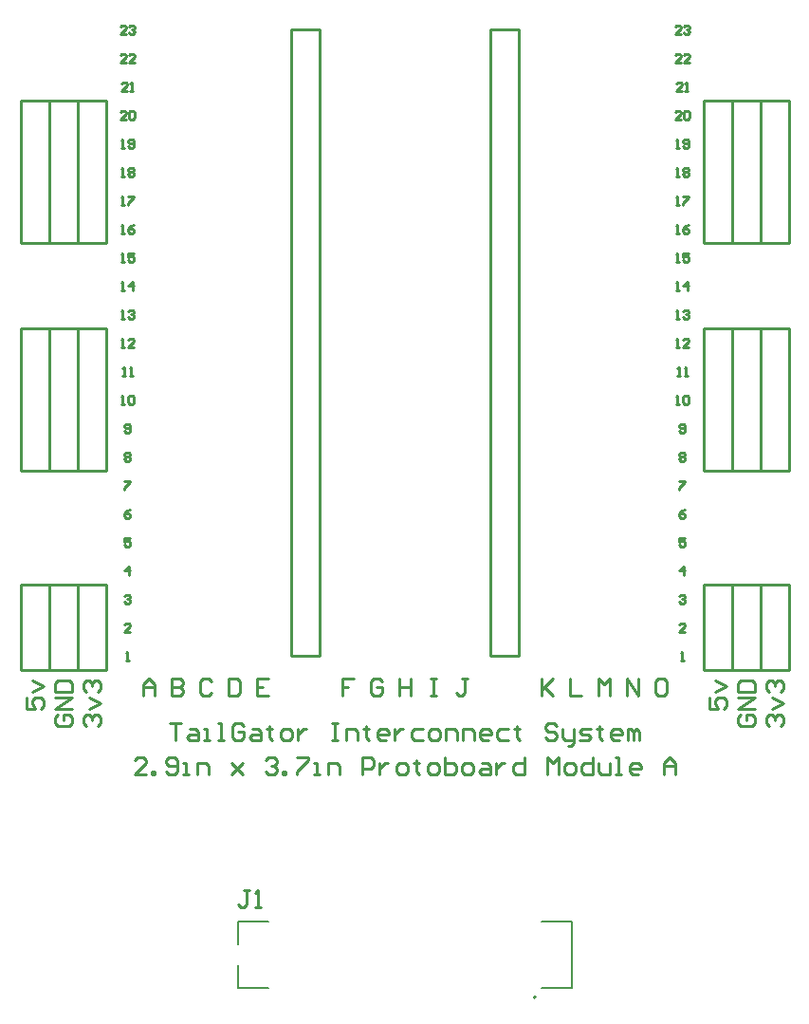
<source format=gto>
G04*
G04 #@! TF.GenerationSoftware,Altium Limited,Altium Designer,24.0.1 (36)*
G04*
G04 Layer_Color=65535*
%FSLAX44Y44*%
%MOMM*%
G71*
G04*
G04 #@! TF.SameCoordinates,2E35C3AD-188A-49CD-8274-300F61BF0D8F*
G04*
G04*
G04 #@! TF.FilePolarity,Positive*
G04*
G01*
G75*
%ADD10C,0.2000*%
%ADD11C,0.1270*%
%ADD12C,0.2540*%
D10*
X1120300Y355700D02*
G03*
X1120300Y355700I-1000J0D01*
G01*
D11*
X1125000Y363700D02*
X1152300D01*
X854300D02*
X881600D01*
X1125000Y423700D02*
X1152300D01*
Y363700D02*
Y423700D01*
X854300D02*
X881600D01*
X854300Y403050D02*
Y423700D01*
Y363700D02*
Y384350D01*
D12*
X1320800Y1028700D02*
Y1155700D01*
X1346200Y1028700D02*
Y1155700D01*
X1320800D02*
X1346200D01*
X1320800Y1028700D02*
X1346200D01*
X685800Y825500D02*
Y952500D01*
X711200Y825500D02*
Y952500D01*
X685800D02*
X711200D01*
X685800Y825500D02*
X711200D01*
X1295400Y1028700D02*
Y1155700D01*
X1320800Y1028700D02*
Y1155700D01*
X1295400D02*
X1320800D01*
X1295400Y1028700D02*
X1320800D01*
X711200D02*
Y1155700D01*
X736600Y1028700D02*
Y1155700D01*
X711200D02*
X736600D01*
X711200Y1028700D02*
X736600D01*
X685800Y647700D02*
Y723900D01*
X711200Y647700D02*
Y723900D01*
X685800D02*
X711200D01*
X685800Y647700D02*
X711200D01*
Y723900D01*
X736600Y647700D02*
Y723900D01*
X711200D02*
X736600D01*
X711200Y647700D02*
X736600D01*
X660400D02*
Y723900D01*
X685800Y647700D02*
Y723900D01*
X660400D02*
X685800D01*
X660400Y647700D02*
X685800D01*
Y1028700D02*
Y1155700D01*
X711200Y1028700D02*
Y1155700D01*
X685800D02*
X711200D01*
X685800Y1028700D02*
X711200D01*
X1295400Y825500D02*
Y952500D01*
X1320800Y825500D02*
Y952500D01*
X1295400D02*
X1320800D01*
X1295400Y825500D02*
X1320800D01*
X1270000Y1028700D02*
Y1155700D01*
X1295400Y1028700D02*
Y1155700D01*
X1270000D02*
X1295400D01*
X1270000Y1028700D02*
X1295400D01*
X1320800Y647700D02*
Y723900D01*
X1346200Y647700D02*
Y723900D01*
X1320800D02*
X1346200D01*
X1320800Y647700D02*
X1346200D01*
X1320800Y825500D02*
Y952500D01*
X1346200Y825500D02*
Y952500D01*
X1320800D02*
X1346200D01*
X1320800Y825500D02*
X1346200D01*
X901700Y660400D02*
Y1219200D01*
X927100Y660400D02*
Y1219200D01*
X901700D02*
X927100D01*
X901700Y660400D02*
X927100D01*
X660400Y825500D02*
Y952500D01*
X685800Y825500D02*
Y952500D01*
X660400D02*
X685800D01*
X660400Y825500D02*
X685800D01*
X1079500Y660400D02*
Y1219200D01*
X1104900Y660400D02*
Y1219200D01*
X1079500D02*
X1104900D01*
X1079500Y660400D02*
X1104900D01*
X1270000Y647700D02*
Y723900D01*
X1295400Y647700D02*
Y723900D01*
X1270000D02*
X1295400D01*
X1270000Y647700D02*
X1295400D01*
Y723900D01*
X1320800Y647700D02*
Y723900D01*
X1295400D02*
X1320800D01*
X1295400Y647700D02*
X1320800D01*
X660400Y1028700D02*
Y1155700D01*
X685800Y1028700D02*
Y1155700D01*
X660400D02*
X685800D01*
X660400Y1028700D02*
X685800D01*
X711200Y825500D02*
Y952500D01*
X736600Y825500D02*
Y952500D01*
X711200D02*
X736600D01*
X711200Y825500D02*
X736600D01*
X1270000D02*
Y952500D01*
X1295400Y825500D02*
Y952500D01*
X1270000D02*
X1295400D01*
X1270000Y825500D02*
X1295400D01*
X754380Y656591D02*
X756920D01*
X755650D01*
Y664209D01*
X754380Y662939D01*
X749937Y885191D02*
X752476D01*
X751206D01*
Y892809D01*
X749937Y891539D01*
X756285D02*
X757554Y892809D01*
X760094D01*
X761363Y891539D01*
Y886461D01*
X760094Y885191D01*
X757554D01*
X756285Y886461D01*
Y891539D01*
X758189Y765809D02*
X753111D01*
Y762000D01*
X755650Y763270D01*
X756920D01*
X758189Y762000D01*
Y759461D01*
X756920Y758191D01*
X754380D01*
X753111Y759461D01*
Y816609D02*
X758189D01*
Y815339D01*
X753111Y810261D01*
Y808991D01*
X758189Y791209D02*
X755650Y789939D01*
X753111Y787400D01*
Y784861D01*
X754380Y783591D01*
X756920D01*
X758189Y784861D01*
Y786130D01*
X756920Y787400D01*
X753111D01*
X756920Y732791D02*
Y740409D01*
X753111Y736600D01*
X758189D01*
X753111Y713739D02*
X754380Y715009D01*
X756920D01*
X758189Y713739D01*
Y712470D01*
X756920Y711200D01*
X755650D01*
X756920D01*
X758189Y709930D01*
Y708661D01*
X756920Y707391D01*
X754380D01*
X753111Y708661D01*
X758189Y681991D02*
X753111D01*
X758189Y687070D01*
Y688339D01*
X756920Y689609D01*
X754380D01*
X753111Y688339D01*
Y840739D02*
X754380Y842009D01*
X756920D01*
X758189Y840739D01*
Y839470D01*
X756920Y838200D01*
X758189Y836930D01*
Y835661D01*
X756920Y834391D01*
X754380D01*
X753111Y835661D01*
Y836930D01*
X754380Y838200D01*
X753111Y839470D01*
Y840739D01*
X754380Y838200D02*
X756920D01*
X753111Y861061D02*
X754380Y859791D01*
X756920D01*
X758189Y861061D01*
Y866139D01*
X756920Y867409D01*
X754380D01*
X753111Y866139D01*
Y864870D01*
X754380Y863600D01*
X758189D01*
X751206Y910591D02*
X753746D01*
X752476D01*
Y918209D01*
X751206Y916939D01*
X757554Y910591D02*
X760094D01*
X758824D01*
Y918209D01*
X757554Y916939D01*
X749937Y935991D02*
X752476D01*
X751206D01*
Y943609D01*
X749937Y942339D01*
X761363Y935991D02*
X756285D01*
X761363Y941070D01*
Y942339D01*
X760094Y943609D01*
X757554D01*
X756285Y942339D01*
X749937Y961391D02*
X752476D01*
X751206D01*
Y969009D01*
X749937Y967739D01*
X756285D02*
X757554Y969009D01*
X760094D01*
X761363Y967739D01*
Y966470D01*
X760094Y965200D01*
X758824D01*
X760094D01*
X761363Y963930D01*
Y962661D01*
X760094Y961391D01*
X757554D01*
X756285Y962661D01*
X749937Y986791D02*
X752476D01*
X751206D01*
Y994409D01*
X749937Y993139D01*
X760094Y986791D02*
Y994409D01*
X756285Y990600D01*
X761363D01*
X749937Y1012191D02*
X752476D01*
X751206D01*
Y1019809D01*
X749937Y1018539D01*
X761363Y1019809D02*
X756285D01*
Y1016000D01*
X758824Y1017270D01*
X760094D01*
X761363Y1016000D01*
Y1013461D01*
X760094Y1012191D01*
X757554D01*
X756285Y1013461D01*
X749937Y1037591D02*
X752476D01*
X751206D01*
Y1045209D01*
X749937Y1043939D01*
X761363Y1045209D02*
X758824Y1043939D01*
X756285Y1041400D01*
Y1038861D01*
X757554Y1037591D01*
X760094D01*
X761363Y1038861D01*
Y1040130D01*
X760094Y1041400D01*
X756285D01*
X749937Y1062991D02*
X752476D01*
X751206D01*
Y1070609D01*
X749937Y1069339D01*
X756285Y1070609D02*
X761363D01*
Y1069339D01*
X756285Y1064261D01*
Y1062991D01*
X749937Y1088391D02*
X752476D01*
X751206D01*
Y1096009D01*
X749937Y1094739D01*
X756285D02*
X757554Y1096009D01*
X760094D01*
X761363Y1094739D01*
Y1093470D01*
X760094Y1092200D01*
X761363Y1090930D01*
Y1089661D01*
X760094Y1088391D01*
X757554D01*
X756285Y1089661D01*
Y1090930D01*
X757554Y1092200D01*
X756285Y1093470D01*
Y1094739D01*
X757554Y1092200D02*
X760094D01*
X749937Y1113791D02*
X752476D01*
X751206D01*
Y1121409D01*
X749937Y1120139D01*
X756285Y1115061D02*
X757554Y1113791D01*
X760094D01*
X761363Y1115061D01*
Y1120139D01*
X760094Y1121409D01*
X757554D01*
X756285Y1120139D01*
Y1118870D01*
X757554Y1117600D01*
X761363D01*
X754380Y1139191D02*
X749302D01*
X754380Y1144270D01*
Y1145539D01*
X753111Y1146809D01*
X750572D01*
X749302Y1145539D01*
X756920D02*
X758189Y1146809D01*
X760728D01*
X761998Y1145539D01*
Y1140461D01*
X760728Y1139191D01*
X758189D01*
X756920Y1140461D01*
Y1145539D01*
X754380Y1215391D02*
X749302D01*
X754380Y1220470D01*
Y1221739D01*
X753111Y1223009D01*
X750572D01*
X749302Y1221739D01*
X756920D02*
X758189Y1223009D01*
X760728D01*
X761998Y1221739D01*
Y1220470D01*
X760728Y1219200D01*
X759459D01*
X760728D01*
X761998Y1217930D01*
Y1216661D01*
X760728Y1215391D01*
X758189D01*
X756920Y1216661D01*
X755650Y1164591D02*
X750572D01*
X755650Y1169670D01*
Y1170939D01*
X754380Y1172209D01*
X751841D01*
X750572Y1170939D01*
X758189Y1164591D02*
X760728D01*
X759459D01*
Y1172209D01*
X758189Y1170939D01*
X754380Y1189991D02*
X749302D01*
X754380Y1195070D01*
Y1196339D01*
X753111Y1197609D01*
X750572D01*
X749302Y1196339D01*
X761998Y1189991D02*
X756920D01*
X761998Y1195070D01*
Y1196339D01*
X760728Y1197609D01*
X758189D01*
X756920Y1196339D01*
X1249680Y1215391D02*
X1244602D01*
X1249680Y1220470D01*
Y1221739D01*
X1248411Y1223009D01*
X1245872D01*
X1244602Y1221739D01*
X1252220D02*
X1253489Y1223009D01*
X1256028D01*
X1257298Y1221739D01*
Y1220470D01*
X1256028Y1219200D01*
X1254759D01*
X1256028D01*
X1257298Y1217930D01*
Y1216661D01*
X1256028Y1215391D01*
X1253489D01*
X1252220Y1216661D01*
X1249680Y1189991D02*
X1244602D01*
X1249680Y1195070D01*
Y1196339D01*
X1248411Y1197609D01*
X1245872D01*
X1244602Y1196339D01*
X1257298Y1189991D02*
X1252220D01*
X1257298Y1195070D01*
Y1196339D01*
X1256028Y1197609D01*
X1253489D01*
X1252220Y1196339D01*
X1250950Y1164591D02*
X1245872D01*
X1250950Y1169670D01*
Y1170939D01*
X1249680Y1172209D01*
X1247141D01*
X1245872Y1170939D01*
X1253489Y1164591D02*
X1256028D01*
X1254759D01*
Y1172209D01*
X1253489Y1170939D01*
X1249680Y1139191D02*
X1244602D01*
X1249680Y1144270D01*
Y1145539D01*
X1248411Y1146809D01*
X1245872D01*
X1244602Y1145539D01*
X1252220D02*
X1253489Y1146809D01*
X1256028D01*
X1257298Y1145539D01*
Y1140461D01*
X1256028Y1139191D01*
X1253489D01*
X1252220Y1140461D01*
Y1145539D01*
X1245237Y1113791D02*
X1247776D01*
X1246506D01*
Y1121409D01*
X1245237Y1120139D01*
X1251585Y1115061D02*
X1252854Y1113791D01*
X1255394D01*
X1256663Y1115061D01*
Y1120139D01*
X1255394Y1121409D01*
X1252854D01*
X1251585Y1120139D01*
Y1118870D01*
X1252854Y1117600D01*
X1256663D01*
X1245237Y1088391D02*
X1247776D01*
X1246506D01*
Y1096009D01*
X1245237Y1094739D01*
X1251585D02*
X1252854Y1096009D01*
X1255394D01*
X1256663Y1094739D01*
Y1093470D01*
X1255394Y1092200D01*
X1256663Y1090930D01*
Y1089661D01*
X1255394Y1088391D01*
X1252854D01*
X1251585Y1089661D01*
Y1090930D01*
X1252854Y1092200D01*
X1251585Y1093470D01*
Y1094739D01*
X1252854Y1092200D02*
X1255394D01*
X1245237Y1062991D02*
X1247776D01*
X1246506D01*
Y1070609D01*
X1245237Y1069339D01*
X1251585Y1070609D02*
X1256663D01*
Y1069339D01*
X1251585Y1064261D01*
Y1062991D01*
X1245237Y1037591D02*
X1247776D01*
X1246506D01*
Y1045209D01*
X1245237Y1043939D01*
X1256663Y1045209D02*
X1254124Y1043939D01*
X1251585Y1041400D01*
Y1038861D01*
X1252854Y1037591D01*
X1255394D01*
X1256663Y1038861D01*
Y1040130D01*
X1255394Y1041400D01*
X1251585D01*
X1245237Y1012191D02*
X1247776D01*
X1246506D01*
Y1019809D01*
X1245237Y1018539D01*
X1256663Y1019809D02*
X1251585D01*
Y1016000D01*
X1254124Y1017270D01*
X1255394D01*
X1256663Y1016000D01*
Y1013461D01*
X1255394Y1012191D01*
X1252854D01*
X1251585Y1013461D01*
X1245237Y986791D02*
X1247776D01*
X1246506D01*
Y994409D01*
X1245237Y993139D01*
X1255394Y986791D02*
Y994409D01*
X1251585Y990600D01*
X1256663D01*
X1245237Y961391D02*
X1247776D01*
X1246506D01*
Y969009D01*
X1245237Y967739D01*
X1251585D02*
X1252854Y969009D01*
X1255394D01*
X1256663Y967739D01*
Y966470D01*
X1255394Y965200D01*
X1254124D01*
X1255394D01*
X1256663Y963930D01*
Y962661D01*
X1255394Y961391D01*
X1252854D01*
X1251585Y962661D01*
X1245237Y935991D02*
X1247776D01*
X1246506D01*
Y943609D01*
X1245237Y942339D01*
X1256663Y935991D02*
X1251585D01*
X1256663Y941070D01*
Y942339D01*
X1255394Y943609D01*
X1252854D01*
X1251585Y942339D01*
X1246506Y910591D02*
X1249046D01*
X1247776D01*
Y918209D01*
X1246506Y916939D01*
X1252854Y910591D02*
X1255394D01*
X1254124D01*
Y918209D01*
X1252854Y916939D01*
X1245237Y885191D02*
X1247776D01*
X1246506D01*
Y892809D01*
X1245237Y891539D01*
X1251585D02*
X1252854Y892809D01*
X1255394D01*
X1256663Y891539D01*
Y886461D01*
X1255394Y885191D01*
X1252854D01*
X1251585Y886461D01*
Y891539D01*
X1248411Y861061D02*
X1249680Y859791D01*
X1252220D01*
X1253489Y861061D01*
Y866139D01*
X1252220Y867409D01*
X1249680D01*
X1248411Y866139D01*
Y864870D01*
X1249680Y863600D01*
X1253489D01*
X1248411Y840739D02*
X1249680Y842009D01*
X1252220D01*
X1253489Y840739D01*
Y839470D01*
X1252220Y838200D01*
X1253489Y836930D01*
Y835661D01*
X1252220Y834391D01*
X1249680D01*
X1248411Y835661D01*
Y836930D01*
X1249680Y838200D01*
X1248411Y839470D01*
Y840739D01*
X1249680Y838200D02*
X1252220D01*
X1248411Y816609D02*
X1253489D01*
Y815339D01*
X1248411Y810261D01*
Y808991D01*
X1253489Y791209D02*
X1250950Y789939D01*
X1248411Y787400D01*
Y784861D01*
X1249680Y783591D01*
X1252220D01*
X1253489Y784861D01*
Y786130D01*
X1252220Y787400D01*
X1248411D01*
X1253489Y765809D02*
X1248411D01*
Y762000D01*
X1250950Y763270D01*
X1252220D01*
X1253489Y762000D01*
Y759461D01*
X1252220Y758191D01*
X1249680D01*
X1248411Y759461D01*
X1252220Y732791D02*
Y740409D01*
X1248411Y736600D01*
X1253489D01*
X1248411Y713739D02*
X1249680Y715009D01*
X1252220D01*
X1253489Y713739D01*
Y712470D01*
X1252220Y711200D01*
X1250950D01*
X1252220D01*
X1253489Y709930D01*
Y708661D01*
X1252220Y707391D01*
X1249680D01*
X1248411Y708661D01*
X1249680Y656591D02*
X1252220D01*
X1250950D01*
Y664209D01*
X1249680Y662939D01*
X1253489Y681991D02*
X1248411D01*
X1253489Y687070D01*
Y688339D01*
X1252220Y689609D01*
X1249680D01*
X1248411Y688339D01*
X772235Y554990D02*
X762078D01*
X772235Y565147D01*
Y567686D01*
X769696Y570225D01*
X764617D01*
X762078Y567686D01*
X777313Y554990D02*
Y557529D01*
X779852D01*
Y554990D01*
X777313D01*
X790009Y557529D02*
X792548Y554990D01*
X797626D01*
X800166Y557529D01*
Y567686D01*
X797626Y570225D01*
X792548D01*
X790009Y567686D01*
Y565147D01*
X792548Y562607D01*
X800166D01*
X805244Y554990D02*
X810322D01*
X807783D01*
Y565147D01*
X805244D01*
X817940Y554990D02*
Y565147D01*
X825557D01*
X828097Y562607D01*
Y554990D01*
X848410Y565147D02*
X858567Y554990D01*
X853488Y560068D01*
X858567Y565147D01*
X848410Y554990D01*
X878880Y567686D02*
X881419Y570225D01*
X886498D01*
X889037Y567686D01*
Y565147D01*
X886498Y562607D01*
X883959D01*
X886498D01*
X889037Y560068D01*
Y557529D01*
X886498Y554990D01*
X881419D01*
X878880Y557529D01*
X894115Y554990D02*
Y557529D01*
X896655D01*
Y554990D01*
X894115D01*
X906811Y570225D02*
X916968D01*
Y567686D01*
X906811Y557529D01*
Y554990D01*
X922046D02*
X927125D01*
X924585D01*
Y565147D01*
X922046D01*
X934742Y554990D02*
Y565147D01*
X942360D01*
X944899Y562607D01*
Y554990D01*
X965212D02*
Y570225D01*
X972830D01*
X975369Y567686D01*
Y562607D01*
X972830Y560068D01*
X965212D01*
X980447Y565147D02*
Y554990D01*
Y560068D01*
X982987Y562607D01*
X985526Y565147D01*
X988065D01*
X998222Y554990D02*
X1003300D01*
X1005839Y557529D01*
Y562607D01*
X1003300Y565147D01*
X998222D01*
X995683Y562607D01*
Y557529D01*
X998222Y554990D01*
X1013457Y567686D02*
Y565147D01*
X1010918D01*
X1015996D01*
X1013457D01*
Y557529D01*
X1015996Y554990D01*
X1026153D02*
X1031231D01*
X1033770Y557529D01*
Y562607D01*
X1031231Y565147D01*
X1026153D01*
X1023613Y562607D01*
Y557529D01*
X1026153Y554990D01*
X1038848Y570225D02*
Y554990D01*
X1046466D01*
X1049005Y557529D01*
Y560068D01*
Y562607D01*
X1046466Y565147D01*
X1038848D01*
X1056623Y554990D02*
X1061701D01*
X1064240Y557529D01*
Y562607D01*
X1061701Y565147D01*
X1056623D01*
X1054084Y562607D01*
Y557529D01*
X1056623Y554990D01*
X1071858Y565147D02*
X1076936D01*
X1079475Y562607D01*
Y554990D01*
X1071858D01*
X1069319Y557529D01*
X1071858Y560068D01*
X1079475D01*
X1084554Y565147D02*
Y554990D01*
Y560068D01*
X1087093Y562607D01*
X1089632Y565147D01*
X1092171D01*
X1109946Y570225D02*
Y554990D01*
X1102328D01*
X1099789Y557529D01*
Y562607D01*
X1102328Y565147D01*
X1109946D01*
X1130259Y554990D02*
Y570225D01*
X1135337Y565147D01*
X1140416Y570225D01*
Y554990D01*
X1148033D02*
X1153111D01*
X1155651Y557529D01*
Y562607D01*
X1153111Y565147D01*
X1148033D01*
X1145494Y562607D01*
Y557529D01*
X1148033Y554990D01*
X1170886Y570225D02*
Y554990D01*
X1163268D01*
X1160729Y557529D01*
Y562607D01*
X1163268Y565147D01*
X1170886D01*
X1175964D02*
Y557529D01*
X1178503Y554990D01*
X1186121D01*
Y565147D01*
X1191199Y554990D02*
X1196278D01*
X1193738D01*
Y570225D01*
X1191199D01*
X1211513Y554990D02*
X1206434D01*
X1203895Y557529D01*
Y562607D01*
X1206434Y565147D01*
X1211513D01*
X1214052Y562607D01*
Y560068D01*
X1203895D01*
X1234365Y554990D02*
Y565147D01*
X1239444Y570225D01*
X1244522Y565147D01*
Y554990D01*
Y562607D01*
X1234365D01*
X793818Y600703D02*
X803975D01*
X798896D01*
Y585468D01*
X811592Y595625D02*
X816670D01*
X819210Y593086D01*
Y585468D01*
X811592D01*
X809053Y588008D01*
X811592Y590547D01*
X819210D01*
X824288Y585468D02*
X829366D01*
X826827D01*
Y595625D01*
X824288D01*
X836984Y585468D02*
X842062D01*
X839523D01*
Y600703D01*
X836984D01*
X859836Y598164D02*
X857297Y600703D01*
X852219D01*
X849680Y598164D01*
Y588008D01*
X852219Y585468D01*
X857297D01*
X859836Y588008D01*
Y593086D01*
X854758D01*
X867454Y595625D02*
X872532D01*
X875071Y593086D01*
Y585468D01*
X867454D01*
X864915Y588008D01*
X867454Y590547D01*
X875071D01*
X882689Y598164D02*
Y595625D01*
X880150D01*
X885228D01*
X882689D01*
Y588008D01*
X885228Y585468D01*
X895385D02*
X900463D01*
X903002Y588008D01*
Y593086D01*
X900463Y595625D01*
X895385D01*
X892846Y593086D01*
Y588008D01*
X895385Y585468D01*
X908081Y595625D02*
Y585468D01*
Y590547D01*
X910620Y593086D01*
X913159Y595625D01*
X915698D01*
X938551Y600703D02*
X943629D01*
X941090D01*
Y585468D01*
X938551D01*
X943629D01*
X951247D02*
Y595625D01*
X958864D01*
X961404Y593086D01*
Y585468D01*
X969021Y598164D02*
Y595625D01*
X966482D01*
X971560D01*
X969021D01*
Y588008D01*
X971560Y585468D01*
X986795D02*
X981717D01*
X979178Y588008D01*
Y593086D01*
X981717Y595625D01*
X986795D01*
X989334Y593086D01*
Y590547D01*
X979178D01*
X994413Y595625D02*
Y585468D01*
Y590547D01*
X996952Y593086D01*
X999491Y595625D01*
X1002030D01*
X1019805D02*
X1012187D01*
X1009648Y593086D01*
Y588008D01*
X1012187Y585468D01*
X1019805D01*
X1027422D02*
X1032501D01*
X1035040Y588008D01*
Y593086D01*
X1032501Y595625D01*
X1027422D01*
X1024883Y593086D01*
Y588008D01*
X1027422Y585468D01*
X1040118D02*
Y595625D01*
X1047736D01*
X1050275Y593086D01*
Y585468D01*
X1055353D02*
Y595625D01*
X1062971D01*
X1065510Y593086D01*
Y585468D01*
X1078206D02*
X1073127D01*
X1070588Y588008D01*
Y593086D01*
X1073127Y595625D01*
X1078206D01*
X1080745Y593086D01*
Y590547D01*
X1070588D01*
X1095980Y595625D02*
X1088363D01*
X1085823Y593086D01*
Y588008D01*
X1088363Y585468D01*
X1095980D01*
X1103598Y598164D02*
Y595625D01*
X1101058D01*
X1106137D01*
X1103598D01*
Y588008D01*
X1106137Y585468D01*
X1139146Y598164D02*
X1136607Y600703D01*
X1131528D01*
X1128989Y598164D01*
Y595625D01*
X1131528Y593086D01*
X1136607D01*
X1139146Y590547D01*
Y588008D01*
X1136607Y585468D01*
X1131528D01*
X1128989Y588008D01*
X1144224Y595625D02*
Y588008D01*
X1146764Y585468D01*
X1154381D01*
Y582929D01*
X1151842Y580390D01*
X1149303D01*
X1154381Y585468D02*
Y595625D01*
X1159460Y585468D02*
X1167077D01*
X1169616Y588008D01*
X1167077Y590547D01*
X1161999D01*
X1159460Y593086D01*
X1161999Y595625D01*
X1169616D01*
X1177234Y598164D02*
Y595625D01*
X1174695D01*
X1179773D01*
X1177234D01*
Y588008D01*
X1179773Y585468D01*
X1195008D02*
X1189930D01*
X1187390Y588008D01*
Y593086D01*
X1189930Y595625D01*
X1195008D01*
X1197547Y593086D01*
Y590547D01*
X1187390D01*
X1202626Y585468D02*
Y595625D01*
X1205165D01*
X1207704Y593086D01*
Y585468D01*
Y593086D01*
X1210243Y595625D01*
X1212782Y593086D01*
Y585468D01*
X1328422Y598183D02*
X1325883Y600722D01*
Y605801D01*
X1328422Y608340D01*
X1330961D01*
X1333500Y605801D01*
Y603261D01*
Y605801D01*
X1336039Y608340D01*
X1338578D01*
X1341118Y605801D01*
Y600722D01*
X1338578Y598183D01*
X1330961Y613418D02*
X1341118Y618497D01*
X1330961Y623575D01*
X1328422Y628653D02*
X1325883Y631193D01*
Y636271D01*
X1328422Y638810D01*
X1330961D01*
X1333500Y636271D01*
Y633732D01*
Y636271D01*
X1336039Y638810D01*
X1338578D01*
X1341118Y636271D01*
Y631193D01*
X1338578Y628653D01*
X1303024Y608343D02*
X1300485Y605803D01*
Y600725D01*
X1303024Y598186D01*
X1313181D01*
X1315720Y600725D01*
Y605803D01*
X1313181Y608343D01*
X1308103D01*
Y603264D01*
X1315720Y613421D02*
X1300485D01*
X1315720Y623578D01*
X1300485D01*
Y628656D02*
X1315720D01*
Y636273D01*
X1313181Y638813D01*
X1303024D01*
X1300485Y636273D01*
Y628656D01*
X1275086Y623578D02*
Y613421D01*
X1282703D01*
X1280164Y618500D01*
Y621039D01*
X1282703Y623578D01*
X1287781D01*
X1290321Y621039D01*
Y615960D01*
X1287781Y613421D01*
X1280164Y628656D02*
X1290321Y633735D01*
X1280164Y638813D01*
X665486Y623575D02*
Y613418D01*
X673103D01*
X670564Y618497D01*
Y621036D01*
X673103Y623575D01*
X678182D01*
X680721Y621036D01*
Y615957D01*
X678182Y613418D01*
X670564Y628653D02*
X680721Y633732D01*
X670564Y638810D01*
X718825Y598183D02*
X716285Y600722D01*
Y605801D01*
X718825Y608340D01*
X721364D01*
X723903Y605801D01*
Y603261D01*
Y605801D01*
X726442Y608340D01*
X728981D01*
X731521Y605801D01*
Y600722D01*
X728981Y598183D01*
X721364Y613418D02*
X731521Y618497D01*
X721364Y623575D01*
X718825Y628653D02*
X716285Y631192D01*
Y636271D01*
X718825Y638810D01*
X721364D01*
X723903Y636271D01*
Y633732D01*
Y636271D01*
X726442Y638810D01*
X728981D01*
X731521Y636271D01*
Y631192D01*
X728981Y628653D01*
X693425Y608340D02*
X690885Y605801D01*
Y600722D01*
X693425Y598183D01*
X703581D01*
X706121Y600722D01*
Y605801D01*
X703581Y608340D01*
X698503D01*
Y603261D01*
X706121Y613418D02*
X690885D01*
X706121Y623575D01*
X690885D01*
Y628653D02*
X706121D01*
Y636271D01*
X703581Y638810D01*
X693425D01*
X690885Y636271D01*
Y628653D01*
X881378Y640075D02*
X871222D01*
Y624840D01*
X881378D01*
X871222Y632458D02*
X876300D01*
X845822Y640075D02*
Y624840D01*
X853439D01*
X855978Y627379D01*
Y637536D01*
X853439Y640075D01*
X845822D01*
X830578Y637536D02*
X828039Y640075D01*
X822961D01*
X820422Y637536D01*
Y627379D01*
X822961Y624840D01*
X828039D01*
X830578Y627379D01*
X769622Y624840D02*
Y634997D01*
X774700Y640075D01*
X779778Y634997D01*
Y624840D01*
Y632458D01*
X769622D01*
X1234439Y640075D02*
X1229361D01*
X1226822Y637536D01*
Y627379D01*
X1229361Y624840D01*
X1234439D01*
X1236978Y627379D01*
Y637536D01*
X1234439Y640075D01*
X1201422Y624840D02*
Y640075D01*
X1211578Y624840D01*
Y640075D01*
X1176022Y624840D02*
Y640075D01*
X1181100Y634997D01*
X1186178Y640075D01*
Y624840D01*
X1150622Y640075D02*
Y624840D01*
X1160778D01*
X1125222Y640075D02*
Y624840D01*
Y629918D01*
X1135378Y640075D01*
X1127761Y632458D01*
X1135378Y624840D01*
X1026161Y640075D02*
X1031239D01*
X1028700D01*
Y624840D01*
X1026161D01*
X1031239D01*
X998222Y640075D02*
Y624840D01*
Y632458D01*
X1008378D01*
Y640075D01*
Y624840D01*
X982978Y637536D02*
X980439Y640075D01*
X975361D01*
X972822Y637536D01*
Y627379D01*
X975361Y624840D01*
X980439D01*
X982978Y627379D01*
Y632458D01*
X977900D01*
X957578Y640075D02*
X947422D01*
Y632458D01*
X952500D01*
X947422D01*
Y624840D01*
X1059178Y640075D02*
X1054100D01*
X1056639D01*
Y627379D01*
X1054100Y624840D01*
X1051561D01*
X1049022Y627379D01*
X795022Y640075D02*
Y624840D01*
X802639D01*
X805178Y627379D01*
Y629918D01*
X802639Y632458D01*
X795022D01*
X802639D01*
X805178Y634997D01*
Y637536D01*
X802639Y640075D01*
X795022D01*
X864359Y451353D02*
X859280D01*
X861820D01*
Y438657D01*
X859280Y436118D01*
X856741D01*
X854202Y438657D01*
X869437Y436118D02*
X874515D01*
X871976D01*
Y451353D01*
X869437Y448814D01*
M02*

</source>
